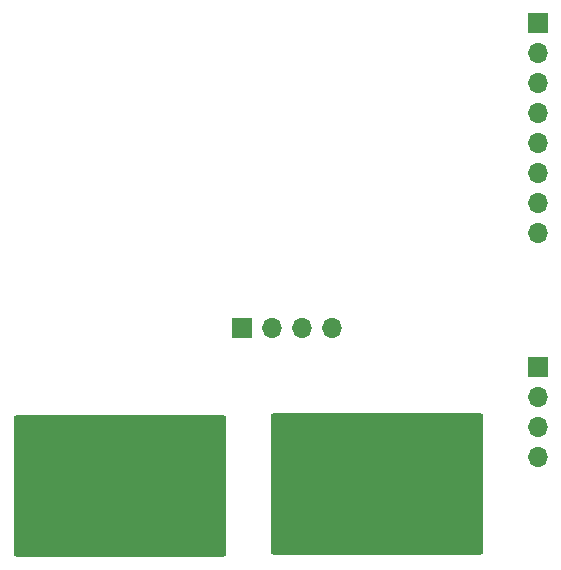
<source format=gbs>
%TF.GenerationSoftware,KiCad,Pcbnew,8.0.0*%
%TF.CreationDate,2024-12-08T13:18:30+05:30*%
%TF.ProjectId,RFID_1,52464944-5f31-42e6-9b69-6361645f7063,rev?*%
%TF.SameCoordinates,Original*%
%TF.FileFunction,Soldermask,Bot*%
%TF.FilePolarity,Negative*%
%FSLAX46Y46*%
G04 Gerber Fmt 4.6, Leading zero omitted, Abs format (unit mm)*
G04 Created by KiCad (PCBNEW 8.0.0) date 2024-12-08 13:18:30*
%MOMM*%
%LPD*%
G01*
G04 APERTURE LIST*
G04 Aperture macros list*
%AMRoundRect*
0 Rectangle with rounded corners*
0 $1 Rounding radius*
0 $2 $3 $4 $5 $6 $7 $8 $9 X,Y pos of 4 corners*
0 Add a 4 corners polygon primitive as box body*
4,1,4,$2,$3,$4,$5,$6,$7,$8,$9,$2,$3,0*
0 Add four circle primitives for the rounded corners*
1,1,$1+$1,$2,$3*
1,1,$1+$1,$4,$5*
1,1,$1+$1,$6,$7*
1,1,$1+$1,$8,$9*
0 Add four rect primitives between the rounded corners*
20,1,$1+$1,$2,$3,$4,$5,0*
20,1,$1+$1,$4,$5,$6,$7,0*
20,1,$1+$1,$6,$7,$8,$9,0*
20,1,$1+$1,$8,$9,$2,$3,0*%
G04 Aperture macros list end*
%ADD10R,1.700000X1.700000*%
%ADD11O,1.700000X1.700000*%
%ADD12RoundRect,0.250000X8.750000X-5.750000X8.750000X5.750000X-8.750000X5.750000X-8.750000X-5.750000X0*%
G04 APERTURE END LIST*
D10*
%TO.C,J3*%
X173990000Y-108534200D03*
D11*
X173990000Y-111074200D03*
X173990000Y-113614200D03*
X173990000Y-116154200D03*
%TD*%
D10*
%TO.C,J1*%
X148955600Y-105196800D03*
D11*
X151495600Y-105196800D03*
X154035600Y-105196800D03*
X156575600Y-105196800D03*
%TD*%
D10*
%TO.C,J2*%
X173939200Y-79400400D03*
D11*
X173939200Y-81940400D03*
X173939200Y-84480400D03*
X173939200Y-87020400D03*
X173939200Y-89560400D03*
X173939200Y-92100400D03*
X173939200Y-94640400D03*
X173939200Y-97180400D03*
%TD*%
D12*
%TO.C,J5*%
X138557000Y-118567200D03*
%TD*%
%TO.C,J4*%
X160372700Y-118404400D03*
%TD*%
M02*

</source>
